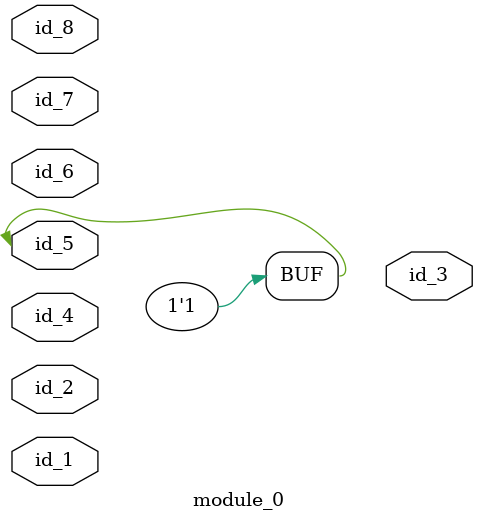
<source format=v>
module module_0 (
    id_1,
    id_2,
    id_3,
    id_4,
    id_5,
    id_6,
    id_7,
    id_8
);
  input id_8;
  inout id_7;
  input id_6;
  inout id_5;
  input id_4;
  output id_3;
  input id_2;
  input id_1;
  assign id_5 = 1;
endmodule

</source>
